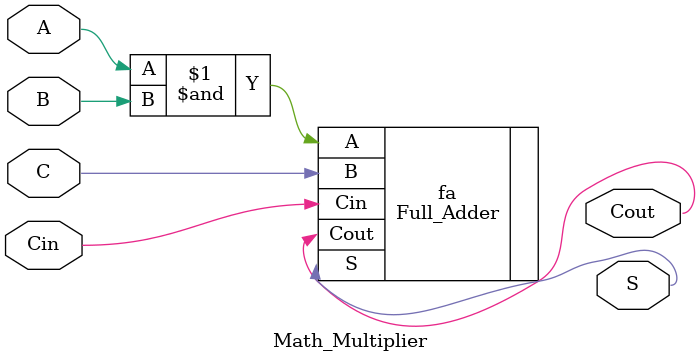
<source format=v>
module Math_Multiplier (
    input  wire A,
    input  wire B,
    input  wire C,
    input  wire Cin,
    output wire S,
    output wire Cout
);
    Full_Adder fa (
        .S(S),
        .Cout(Cout),
        .A(A & B),
        .B(C),
        .Cin(Cin)
    );
endmodule


</source>
